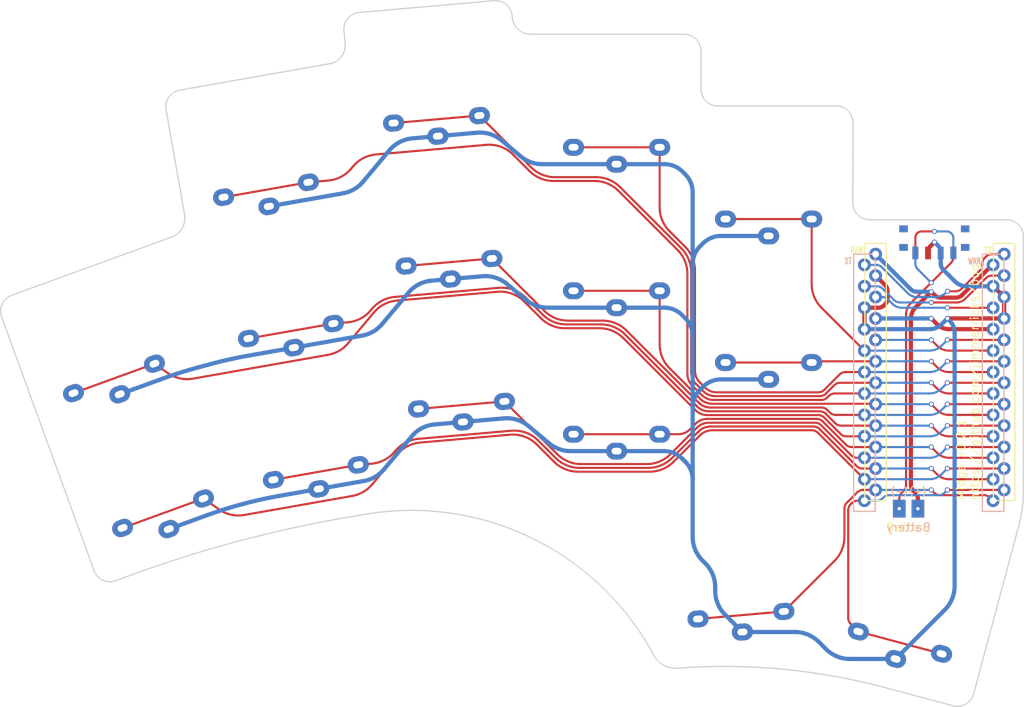
<source format=kicad_pcb>
(kicad_pcb (version 20210722) (generator pcbnew)
  (title_block (title "Midge") (date "2021-09-20") (rev "0.2.1") (company "jmnw"))
  (layers (0 "F.Cu" signal) (31 "B.Cu" signal) (34 "B.Paste" user) (35 "F.Paste" user) (36 "B.SilkS" user "B.Silkscreen") (37 "F.SilkS" user "F.Silkscreen") (38 "B.Mask" user) (39 "F.Mask" user) (44 "Edge.Cuts" user))
  (net 0 "")
  (net 1 "unconnected-(PSW1-Pad3)")
  (net 2 "switch1")
  (net 3 "switch2")
  (net 4 "switch3")
  (net 5 "switch4")
  (net 6 "switch5")
  (net 7 "switch6")
  (net 8 "switch7")
  (net 9 "switch8")
  (net 10 "switch9")
  (net 11 "switch10")
  (net 12 "switch11")
  (net 13 "switch12")
  (net 14 "switch13")
  (net 15 "switch14")
  (net 16 "switch15")
  (net 17 "unconnected-(U1-Pad22)")
  (net 18 "unconnected-(U1-Pad2)")
  (net 19 "unconnected-(U1-Pad1)")
  (net 20 "GND")
  (net 21 "VCC")
  (net 22 "Net-(BT1-Pad2)")
  (net 23 "raw")
  (net 24 "unconnected-(U1-Pad20)")
  (footprint "bugs:Choc_reversible" (layer "F.Cu") (at 37.17001 76.683931 20)
    (fp_text reference "SW1" hide)
    (fp_text value "SW_PUSH" hide)
  )
  (footprint "bugs:Choc_reversible" (layer "F.Cu") (at 55.831602 54.15043 10)
    (fp_text reference "SW2" hide)
    (fp_text value "SW_PUSH" hide)
  )
  (footprint "bugs:Choc_reversible" (layer "F.Cu") (at 76.356697 45.759427 5)
    (fp_text reference "SW3" hide)
    (fp_text value "SW_PUSH" hide)
  )
  (footprint "bugs:Choc_reversible" (layer "F.Cu") (at 98.027038 49.063452)
    (fp_text reference "SW4" hide)
    (fp_text value "SW_PUSH" hide)
  )
  (footprint "bugs:Choc_reversible" (layer "F.Cu") (at 116.027041 57.563456)
    (fp_text reference "SW5" hide)
    (fp_text value "SW_PUSH" hide)
  )
  (footprint "bugs:Choc_reversible" (layer "F.Cu") (at 42.984354 92.658699 20)
    (fp_text reference "SW6" hide)
    (fp_text value "SW_PUSH" hide)
  )
  (footprint "bugs:Choc_reversible" (layer "F.Cu") (at 58.783617 70.892167 10)
    (fp_text reference "SW7" hide)
    (fp_text value "SW_PUSH" hide)
  )
  (footprint "bugs:Choc_reversible" (layer "F.Cu") (at 77.838341 62.694735 5)
    (fp_text reference "SW8" hide)
    (fp_text value "SW_PUSH" hide)
  )
  (footprint "bugs:Choc_reversible" (layer "F.Cu") (at 98.027045 66.063449)
    (fp_text reference "SW9" hide)
    (fp_text value "SW_PUSH" hide)
  )
  (footprint "bugs:Choc_reversible" (layer "F.Cu") (at 116.027045 74.563455)
    (fp_text reference "SW10" hide)
    (fp_text value "SW_PUSH" hide)
  )
  (footprint "bugs:Choc_reversible" (layer "F.Cu") (at 61.735635 87.633898 10)
    (fp_text reference "SW11" hide)
    (fp_text value "SW_PUSH" hide)
  )
  (footprint "bugs:Choc_reversible" (layer "F.Cu") (at 79.319982 79.630056 5)
    (fp_text reference "SW12" hide)
    (fp_text value "SW_PUSH" hide)
  )
  (footprint "bugs:Choc_reversible" (layer "F.Cu") (at 98.027045 83.063451)
    (fp_text reference "SW13" hide)
    (fp_text value "SW_PUSH" hide)
  )
  (footprint "bugs:Choc_reversible" (layer "F.Cu") (at 112.415267 104.52259 5)
    (fp_text reference "SW14" hide)
    (fp_text value "SW_PUSH" hide)
  )
  (footprint "bugs:Choc_reversible" (layer "F.Cu") (at 132.594999 107.893987 -15)
    (fp_text reference "SW15" hide)
    (fp_text value "SW_PUSH" hide)
  )
  (footprint "bugs:ProMicro_reversible" (layer "F.Cu") (at 135.64704 80.101453)
    (fp_text reference "U1" hide)
    (fp_text value "ProMicro")
  )
  (footprint "bugs:Battery_pads_reversible" (layer "F.Cu") (at 132.601581 95.786444 180)
    (fp_text reference "BT1" hide)
    (fp_text value "Battery_Cell")
  )
  (footprint "bugs:Power_reversible" (layer "F.Cu") (at 135.655523 63.730268 180)
    (fp_text reference "PSW1" hide)
    (fp_text value "SW_SPDT")
  )
  (footprint "kbd:thread_m2" (layer "B.Cu") (at 58.062294 84.028821 -170)
    (fp_text reference "Ref**" hide)
    (fp_text value "Val**" hide)
  )
  (footprint "kbd:thread_m2" (layer "B.Cu") (at 55.108537 67.277234 -170)
    (fp_text reference "Ref**" hide)
    (fp_text value "Val**" hide)
  )
  (footprint "kbd:thread_m2" (layer "B.Cu") (at 113.035518 57.375268 180)
    (fp_text reference "Ref**" hide)
    (fp_text value "Val**" hide)
  )
  (gr_line (start 26.402839 70.49319) (end 45.338862 63.601039) (layer "Edge.Cuts") (width 0.15))
  (gr_arc (start 67.73283 38.975052) (end 67.558521 36.982662) (angle -90) (layer "Edge.Cuts") (width 0.15))
  (gr_line (start 25.207494 73.056614) (end 36.152309 103.127248) (layer "Edge.Cuts") (width 0.15))
  (gr_arc (start 144.19745 63.553053) (end 146.197446 63.553053) (angle -90) (layer "Edge.Cuts") (width 0.15))
  (gr_line (start 108.027064 41.5639) (end 108.027452 46.06305) (layer "Edge.Cuts") (width 0.15))
  (gr_line (start 130.136455 117.069845) (end 137.863858 119.140394) (layer "Edge.Cuts") (width 0.15))
  (gr_line (start 85.664335 37.406246) (end 85.678804 37.571616) (layer "Edge.Cuts") (width 0.15))
  (gr_arc (start 46.650461 48.153193) (end 46.303167 46.183579) (angle -90) (layer "Edge.Cuts") (width 0.15))
  (gr_arc (start 63.706828 40.898553) (end 64.085838 43.048011) (angle -84.99985992) (layer "Edge.Cuts") (width 0.15))
  (gr_line (start 128.001581 61.553052) (end 144.197449 61.553052) (layer "Edge.Cuts") (width 0.15))
  (gr_arc (start 130.939342 93.752496) (end 145.679681 97.702181) (angle -13.99443712) (layer "Edge.Cuts") (width 0.15))
  (gr_arc (start 91.240158 242.202808) (end 38.715733 104.322594) (angle 12.43815469) (layer "Edge.Cuts") (width 0.15))
  (gr_arc (start 110.739225 188.456424) (end 105.273751 114.683629) (angle 19.43846695) (layer "Edge.Cuts") (width 0.15))
  (gr_arc (start 27.086878 72.372575) (end 26.402839 70.49319) (angle -90) (layer "Edge.Cuts") (width 0.15))
  (gr_line (start 110.027453 48.06305) (end 124.027239 48.063268) (layer "Edge.Cuts") (width 0.15))
  (gr_arc (start 138.381497 117.208543) (end 137.863858 119.140394) (angle -90) (layer "Edge.Cuts") (width 0.15))
  (gr_line (start 140.313349 117.726182) (end 145.679681 97.702181) (layer "Edge.Cuts") (width 0.15))
  (gr_arc (start 124.027237 50.063266) (end 126.027238 50.063266) (angle -90) (layer "Edge.Cuts") (width 0.15))
  (gr_arc (start 38.031694 102.443209) (end 36.152309 103.127248) (angle -90) (layer "Edge.Cuts") (width 0.15))
  (gr_line (start 146.197446 63.553053) (end 146.19732 94.02033) (layer "Edge.Cuts") (width 0.15))
  (gr_arc (start 110.027452 46.06305) (end 108.027452 46.06305) (angle -90) (layer "Edge.Cuts") (width 0.15))
  (gr_line (start 87.853117 39.564002) (end 106.027064 39.5639) (layer "Edge.Cuts") (width 0.15))
  (gr_arc (start 105.017338 111.752825) (end 102.434869 113.162152) (angle -66.37745363) (layer "Edge.Cuts") (width 0.15))
  (gr_arc (start 87.853112 37.381388) (end 85.678804 37.571616) (angle -85.00013873) (layer "Edge.Cuts") (width 0.15))
  (gr_line (start 46.870952 60.947386) (end 44.680847 48.500489) (layer "Edge.Cuts") (width 0.15))
  (gr_arc (start 44.523656 61.361276) (end 45.338862 63.601039) (angle -79.99998711) (layer "Edge.Cuts") (width 0.15))
  (gr_arc (start 83.671946 37.580557) (end 85.664335 37.406246) (angle -90) (layer "Edge.Cuts") (width 0.15))
  (gr_arc (start 73.747139 128.531916) (end 69.645953 96.245763) (angle 69.05862332) (layer "Edge.Cuts") (width 0.15))
  (gr_line (start 65.740443 39.149362) (end 65.881141 40.708329) (layer "Edge.Cuts") (width 0.15))
  (gr_line (start 67.558521 36.982662) (end 83.497636 35.588168) (layer "Edge.Cuts") (width 0.15))
  (gr_line (start 46.303167 46.183579) (end 64.085838 43.048011) (layer "Edge.Cuts") (width 0.15))
  (gr_arc (start 106.027064 41.563898) (end 108.027064 41.5639) (angle -90) (layer "Edge.Cuts") (width 0.15))
  (gr_line (start 126.027238 50.063266) (end 126.001582 59.553053) (layer "Edge.Cuts") (width 0.15))
  (gr_arc (start 128.001577 59.553052) (end 126.001582 59.553053) (angle -90) (layer "Edge.Cuts") (width 0.15))
  (gr_text "Midge v0.2.1\nhttps://github.com/jimmerricks/bugs" (at 139.61 94.87 90) (layer "F.SilkS") (effects (font (size 1 1) (thickness 0.12)) (justify left)))
  (segment (start 133.61055 63.160252) (end 133.635496 63.135299) (width 0.25) (layer "F.Cu") (net 1))
  (segment (start 134.130473 62.930277) (end 135.660528 62.930274) (width 0.25) (layer "F.Cu") (net 1))
  (segment (start 133.405529 65.480274) (end 133.40552 63.655221) (width 0.25) (layer "F.Cu") (net 1))
  (via (at 135.660528 62.930274) (size 0.6) (drill 0.4) (layers "F.Cu" "B.Cu") (net 1))
  (arc (start 133.61055 63.160252) (mid 133.458808 63.387343) (end 133.40552 63.655221) (width 0.25) (layer "F.Cu") (net 1))
  (arc (start 133.635496 63.135299) (mid 133.862591 62.983563) (end 134.130473 62.930277) (width 0.25) (layer "F.Cu") (net 1))
  (segment (start 137.14058 62.930273) (end 135.660528 62.930274) (width 0.25) (layer "B.Cu") (net 1))
  (segment (start 137.905521 65.480275) (end 137.905521 63.695223) (width 0.25) (layer "B.Cu") (net 1))
  (segment (start 137.7005 63.200252) (end 137.635544 63.1353) (width 0.25) (layer "B.Cu") (net 1))
  (arc (start 137.905521 63.695223) (mid 137.852245 63.427342) (end 137.7005 63.200252) (width 0.25) (layer "B.Cu") (net 1))
  (arc (start 137.14058 62.930273) (mid 137.408448 62.983557) (end 137.635544 63.1353) (width 0.25) (layer "B.Cu") (net 1))
  (segment (start 125.249126 87.213453) (end 127.37204 87.213453) (width 0.25) (layer "F.Cu") (net 2))
  (segment (start 43.296318 78.604432) (end 44.874896 79.709758) (width 0.25) (layer "F.Cu") (net 2))
  (segment (start 66.227034 76.184184) (end 69.287837 72.536461) (width 0.25) (layer "F.Cu") (net 2))
  (segment (start 91.908567 74.39971) (end 95.994111 74.39971) (width 0.25) (layer "F.Cu") (net 2))
  (segment (start 143.918445 85.943456) (end 137.195041 85.943453) (width 0.25) (layer "F.Cu") (net 2))
  (segment (start 98.822539 75.571283) (end 107.36259 84.111334) (width 0.25) (layer "F.Cu") (net 2))
  (segment (start 47.863794 80.37238) (end 63.857448 77.552269) (width 0.25) (layer "F.Cu") (net 2))
  (segment (start 33.711463 82.093031) (end 43.296329 78.604423) (width 0.25) (layer "F.Cu") (net 2))
  (segment (start 72.003392 71.122829) (end 83.912248 70.080944) (width 0.25) (layer "F.Cu") (net 2))
  (segment (start 122.611472 84.990013) (end 124.542019 86.92056) (width 0.25) (layer "F.Cu") (net 2))
  (segment (start 87.089295 71.237293) (end 89.080147 73.228138) (width 0.25) (layer "F.Cu") (net 2))
  (segment (start 108.776803 84.69712) (end 121.904365 84.69712) (width 0.25) (layer "F.Cu") (net 2))
  (via (at 137.195041 85.943453) (size 0.6) (drill 0.4) (layers "F.Cu" "B.Cu") (net 2))
  (arc (start 107.36259 84.111334) (mid 108.011436 84.544879) (end 108.776803 84.69712) (width 0.25) (layer "F.Cu") (net 2))
  (arc (start 122.611472 84.990013) (mid 122.287049 84.77324) (end 121.904365 84.69712) (width 0.25) (layer "F.Cu") (net 2))
  (arc (start 124.542019 86.92056) (mid 124.866442 87.137333) (end 125.249126 87.213453) (width 0.25) (layer "F.Cu") (net 2))
  (arc (start 83.912248 70.080944) (mid 85.628949 70.306948) (end 87.089295 71.237293) (width 0.25) (layer "F.Cu") (net 2))
  (arc (start 63.857448 77.552269) (mid 65.162856 77.077134) (end 66.227034 76.184184) (width 0.25) (layer "F.Cu") (net 2))
  (arc (start 95.994111 74.39971) (mid 97.524844 74.704191) (end 98.822539 75.571283) (width 0.25) (layer "F.Cu") (net 2))
  (arc (start 89.080147 73.228138) (mid 90.377841 74.095227) (end 91.908567 74.39971) (width 0.25) (layer "F.Cu") (net 2))
  (arc (start 69.287837 72.536461) (mid 70.505023 71.559569) (end 72.003392 71.122829) (width 0.25) (layer "F.Cu") (net 2))
  (arc (start 44.874896 79.709758) (mid 46.303444 80.338334) (end 47.863794 80.37238) (width 0.25) (layer "F.Cu") (net 2))
  (segment (start 127.372041 87.213455) (end 135.096606 87.213457) (width 0.25) (layer "B.Cu") (net 2))
  (segment (start 136.510818 86.627674) (end 137.195041 85.943453) (width 0.25) (layer "B.Cu") (net 2))
  (arc (start 136.510818 86.627674) (mid 135.861971 87.061218) (end 135.096606 87.213457) (width 0.25) (layer "B.Cu") (net 2))
  (segment (start 98.246901 58.121764) (end 105.238427 65.11329) (width 0.25) (layer "F.Cu") (net 3))
  (segment (start 61.531351 57.105578) (end 63.884509 56.8997) (width 0.25) (layer "F.Cu") (net 3))
  (segment (start 70.339715 53.739162) (end 70.341137 53.740352) (width 0.25) (layer "F.Cu") (net 3))
  (segment (start 70.341137 53.740352) (end 82.589444 52.668762) (width 0.25) (layer "F.Cu") (net 3))
  (segment (start 122.982893 82.606147) (end 123.162694 82.426346) (width 0.25) (layer "F.Cu") (net 3))
  (segment (start 143.918449 80.863448) (end 137.19504 80.863453) (width 0.25) (layer "F.Cu") (net 3))
  (segment (start 106.41 67.941717) (end 106.41 79.787448) (width 0.25) (layer "F.Cu") (net 3))
  (segment (start 123.869801 82.133453) (end 127.37204 82.133453) (width 0.25) (layer "F.Cu") (net 3))
  (segment (start 66.600062 55.486076) (end 66.820738 55.223082) (width 0.25) (layer "F.Cu") (net 3))
  (segment (start 90.548434 56.95019) (end 95.418476 56.950191) (width 0.25) (layer "F.Cu") (net 3))
  (segment (start 109.521593 82.89904) (end 122.275786 82.89904) (width 0.25) (layer "F.Cu") (net 3))
  (segment (start 106.995787 81.201662) (end 108.10738 82.313254) (width 0.25) (layer "F.Cu") (net 3))
  (segment (start 51.486302 58.876788) (end 61.531348 57.10558) (width 0.25) (layer "F.Cu") (net 3))
  (segment (start 69.536298 53.809447) (end 70.339715 53.739162) (width 0.25) (layer "F.Cu") (net 3))
  (segment (start 85.766501 53.825113) (end 87.719999 55.778617) (width 0.25) (layer "F.Cu") (net 3))
  (via (at 137.19504 80.863453) (size 0.6) (drill 0.4) (layers "F.Cu" "B.Cu") (net 3))
  (arc (start 122.275786 82.89904) (mid 122.658469 82.82292) (end 122.982893 82.606147) (width 0.25) (layer "F.Cu") (net 3))
  (arc (start 123.162694 82.426346) (mid 123.487117 82.209573) (end 123.869801 82.133453) (width 0.25) (layer "F.Cu") (net 3))
  (arc (start 66.820738 55.223082) (mid 68.037927 54.246187) (end 69.536298 53.809447) (width 0.25) (layer "F.Cu") (net 3))
  (arc (start 106.995787 81.201662) (mid 106.562241 80.552815) (end 106.41 79.787448) (width 0.25) (layer "F.Cu") (net 3))
  (arc (start 105.238427 65.11329) (mid 106.105518 66.410983) (end 106.41 67.941717) (width 0.25) (layer "F.Cu") (net 3))
  (arc (start 63.884509 56.8997) (mid 65.382881 56.462966) (end 66.600062 55.486076) (width 0.25) (layer "F.Cu") (net 3))
  (arc (start 109.521593 82.89904) (mid 108.756226 82.746799) (end 108.10738 82.313254) (width 0.25) (layer "F.Cu") (net 3))
  (arc (start 82.589444 52.668762) (mid 84.306149 52.894776) (end 85.766501 53.825113) (width 0.25) (layer "F.Cu") (net 3))
  (arc (start 87.719999 55.778617) (mid 89.017694 56.645709) (end 90.548434 56.95019) (width 0.25) (layer "F.Cu") (net 3))
  (arc (start 95.418476 56.950191) (mid 96.949209 57.254671) (end 98.246901 58.121764) (width 0.25) (layer "F.Cu") (net 3))
  (segment (start 127.372049 82.133456) (end 135.096611 82.133451) (width 0.25) (layer "B.Cu") (net 3))
  (segment (start 136.510827 81.547666) (end 137.19504 80.863453) (width 0.25) (layer "B.Cu") (net 3))
  (arc (start 135.096611 82.133451) (mid 135.861977 81.981213) (end 136.510827 81.547666) (width 0.25) (layer "B.Cu") (net 3))
  (segment (start 142.612043 82.133458) (end 137.388465 82.133451) (width 0.25) (layer "F.Cu") (net 4))
  (segment (start 81.77719 49.200097) (end 87.9062 55.329095) (width 0.25) (layer "F.Cu") (net 4))
  (segment (start 135.974251 81.547668) (end 135.290039 80.863456) (width 0.25) (layer "F.Cu") (net 4))
  (segment (start 98.4331 57.672244) (end 98.433099 57.672244) (width 0.25) (layer "F.Cu") (net 4))
  (segment (start 124.504083 80.863453) (end 128.69844 80.863453) (width 0.25) (layer "F.Cu") (net 4))
  (segment (start 122.796695 82.156627) (end 123.796976 81.156346) (width 0.25) (layer "F.Cu") (net 4))
  (segment (start 109.70779 82.44952) (end 122.089588 82.44952) (width 0.25) (layer "F.Cu") (net 4))
  (segment (start 90.734625 56.500672) (end 95.604672 56.500668) (width 0.25) (layer "F.Cu") (net 4))
  (segment (start 107.445307 81.015464) (end 108.293577 81.863734) (width 0.25) (layer "F.Cu") (net 4))
  (segment (start 98.433099 57.672244) (end 105.687947 64.927093) (width 0.25) (layer "F.Cu") (net 4))
  (segment (start 106.85952 67.75552) (end 106.85952 79.60125) (width 0.25) (layer "F.Cu") (net 4))
  (segment (start 71.616008 50.089077) (end 81.777194 49.20009) (width 0.25) (layer "F.Cu") (net 4))
  (via (at 135.290039 80.863456) (size 0.6) (drill 0.4) (layers "F.Cu" "B.Cu") (net 4))
  (arc (start 95.604672 56.500668) (mid 97.135404 56.805155) (end 98.4331 57.672244) (width 0.25) (layer "F.Cu") (net 4))
  (arc (start 87.9062 55.329095) (mid 89.203893 56.196189) (end 90.734625 56.500672) (width 0.25) (layer "F.Cu") (net 4))
  (arc (start 105.687947 64.927093) (mid 106.555038 66.224786) (end 106.85952 67.75552) (width 0.25) (layer "F.Cu") (net 4))
  (arc (start 137.388465 82.133451) (mid 136.623099 81.98121) (end 135.974251 81.547668) (width 0.25) (layer "F.Cu") (net 4))
  (arc (start 109.70779 82.44952) (mid 108.942423 82.297279) (end 108.293577 81.863734) (width 0.25) (layer "F.Cu") (net 4))
  (arc (start 122.796695 82.156627) (mid 122.472272 82.3734) (end 122.089588 82.44952) (width 0.25) (layer "F.Cu") (net 4))
  (arc (start 106.85952 79.60125) (mid 107.011761 80.366617) (end 107.445307 81.015464) (width 0.25) (layer "F.Cu") (net 4))
  (arc (start 123.796976 81.156346) (mid 124.121399 80.939573) (end 124.504083 80.863453) (width 0.25) (layer "F.Cu") (net 4))
  (segment (start 128.698438 80.863456) (end 135.290039 80.863456) (width 0.25) (layer "B.Cu") (net 4))
  (segment (start 107.894827 80.829267) (end 108.479774 81.414214) (width 0.25) (layer "F.Cu") (net 5))
  (segment (start 104.298614 62.902042) (end 106.137468 64.740896) (width 0.25) (layer "F.Cu") (net 5))
  (segment (start 122.610497 81.707107) (end 124.431258 79.886346) (width 0.25) (layer "F.Cu") (net 5))
  (segment (start 104.298614 62.902038) (end 104.298614 62.902042) (width 0.25) (layer "F.Cu") (net 5))
  (segment (start 109.893987 82) (end 121.90339 82) (width 0.25) (layer "F.Cu") (net 5))
  (segment (start 143.918446 78.323455) (end 137.195042 78.323455) (width 0.25) (layer "F.Cu") (net 5))
  (segment (start 107.30904 67.569323) (end 107.30904 79.415053) (width 0.25) (layer "F.Cu") (net 5))
  (segment (start 103.127041 52.963453) (end 103.12704 60.073612) (width 0.25) (layer "F.Cu") (net 5))
  (segment (start 125.138365 79.593453) (end 127.37204 79.593453) (width 0.25) (layer "F.Cu") (net 5))
  (segment (start 92.927038 52.963452) (end 103.127042 52.963454) (width 0.25) (layer "F.Cu") (net 5))
  (via (at 137.195042 78.323455) (size 0.6) (drill 0.4) (layers "F.Cu" "B.Cu") (net 5))
  (arc (start 103.12704 60.073612) (mid 103.431521 61.604346) (end 104.298614 62.902038) (width 0.25) (layer "F.Cu") (net 5))
  (arc (start 107.30904 67.569323) (mid 107.004558 66.03859) (end 106.137468 64.740896) (width 0.25) (layer "F.Cu") (net 5))
  (arc (start 124.431258 79.886346) (mid 124.755681 79.669573) (end 125.138365 79.593453) (width 0.25) (layer "F.Cu") (net 5))
  (arc (start 122.610497 81.707107) (mid 122.286074 81.92388) (end 121.90339 82) (width 0.25) (layer "F.Cu") (net 5))
  (arc (start 107.894827 80.829267) (mid 107.461281 80.18042) (end 107.30904 79.415053) (width 0.25) (layer "F.Cu") (net 5))
  (arc (start 108.479774 81.414214) (mid 109.12862 81.847759) (end 109.893987 82) (width 0.25) (layer "F.Cu") (net 5))
  (segment (start 136.510829 79.007665) (end 137.195042 78.323455) (width 0.25) (layer "B.Cu") (net 5))
  (segment (start 127.372044 79.593452) (end 135.09661 79.593454) (width 0.25) (layer "B.Cu") (net 5))
  (segment (start 137.096616 78.42188) (end 137.195042 78.323455) (width 0.25) (layer "B.Cu") (net 5))
  (arc (start 136.510829 79.007665) (mid 135.861977 79.441215) (end 135.09661 79.593454) (width 0.25) (layer "B.Cu") (net 5))
  (segment (start 143.918445 75.783454) (end 137.195043 75.783451) (width 0.25) (layer "F.Cu") (net 6))
  (segment (start 121.127041 69.1516) (end 121.127041 61.463456) (width 0.25) (layer "F.Cu") (net 6))
  (segment (start 127.37204 77.053453) (end 122.298614 71.980027) (width 0.25) (layer "F.Cu") (net 6))
  (segment (start 110.927041 61.463455) (end 121.127044 61.463456) (width 0.25) (layer "F.Cu") (net 6))
  (via (at 137.195043 75.783451) (size 0.6) (drill 0.4) (layers "F.Cu" "B.Cu") (net 6))
  (arc (start 121.127041 69.1516) (mid 121.431523 70.682334) (end 122.298614 71.980027) (width 0.25) (layer "F.Cu") (net 6))
  (segment (start 136.510827 76.467667) (end 137.195043 75.783451) (width 0.25) (layer "B.Cu") (net 6))
  (segment (start 127.372038 77.053454) (end 135.096617 77.053455) (width 0.25) (layer "B.Cu") (net 6))
  (arc (start 135.096617 77.053455) (mid 135.861978 76.901211) (end 136.510827 76.467667) (width 0.25) (layer "B.Cu") (net 6))
  (segment (start 101.947228 91.39971) (end 93.454904 91.39971) (width 0.25) (layer "F.Cu") (net 7))
  (segment (start 85.39488 87.017244) (end 74.774654 87.946394) (width 0.25) (layer "F.Cu") (net 7))
  (segment (start 39.525803 98.067802) (end 49.110666 94.579191) (width 0.25) (layer "F.Cu") (net 7))
  (segment (start 107.922805 87.080987) (end 104.775655 90.228137) (width 0.25) (layer "F.Cu") (net 7))
  (segment (start 121.86668 86.788093) (end 127.37204 92.293453) (width 0.25) (layer "F.Cu") (net 7))
  (segment (start 50.950122 95.867202) (end 49.110664 94.579198) (width 0.25) (layer "F.Cu") (net 7))
  (segment (start 143.918446 91.023457) (end 137.195046 91.023455) (width 0.25) (layer "F.Cu") (net 7))
  (segment (start 66.710981 94.277782) (end 53.939022 96.529823) (width 0.25) (layer "F.Cu") (net 7))
  (segment (start 90.626475 90.22814) (end 88.57193 88.173593) (width 0.25) (layer "F.Cu") (net 7))
  (segment (start 72.059102 89.36002) (end 69.080567 92.909701) (width 0.25) (layer "F.Cu") (net 7))
  (segment (start 121.159573 86.4952) (end 109.337019 86.4952) (width 0.25) (layer "F.Cu") (net 7))
  (via (at 137.195046 91.023455) (size 0.6) (drill 0.4) (layers "F.Cu" "B.Cu") (net 7))
  (arc (start 93.454904 91.39971) (mid 91.924172 91.095233) (end 90.626475 90.22814) (width 0.25) (layer "F.Cu") (net 7))
  (arc (start 109.337019 86.4952) (mid 108.571652 86.647441) (end 107.922805 87.080987) (width 0.25) (layer "F.Cu") (net 7))
  (arc (start 69.080567 92.909701) (mid 68.016389 93.802653) (end 66.710981 94.277782) (width 0.25) (layer "F.Cu") (net 7))
  (arc (start 74.774654 87.946394) (mid 73.276282 88.383126) (end 72.059102 89.36002) (width 0.25) (layer "F.Cu") (net 7))
  (arc (start 104.775655 90.228137) (mid 103.477962 91.095228) (end 101.947228 91.39971) (width 0.25) (layer "F.Cu") (net 7))
  (arc (start 121.159573 86.4952) (mid 121.542256 86.57132) (end 121.86668 86.788093) (width 0.25) (layer "F.Cu") (net 7))
  (arc (start 53.939022 96.529823) (mid 52.378669 96.495777) (end 50.950122 95.867202) (width 0.25) (layer "F.Cu") (net 7))
  (arc (start 88.57193 88.173593) (mid 87.111584 87.243249) (end 85.39488 87.017244) (width 0.25) (layer "F.Cu") (net 7))
  (segment (start 127.372043 92.293453) (end 135.096621 92.293454) (width 0.25) (layer "B.Cu") (net 7))
  (segment (start 136.510836 91.707665) (end 137.195046 91.023455) (width 0.25) (layer "B.Cu") (net 7))
  (arc (start 135.096621 92.293454) (mid 135.861989 92.141215) (end 136.510836 91.707665) (width 0.25) (layer "B.Cu") (net 7))
  (segment (start 68.91311 72.283711) (end 69.065704 72.101857) (width 0.25) (layer "F.Cu") (net 8))
  (segment (start 64.48336 73.847308) (end 66.197558 73.697338) (width 0.25) (layer "F.Cu") (net 8))
  (segment (start 87.25637 70.768644) (end 89.266341 72.778619) (width 0.25) (layer "F.Cu") (net 8))
  (segment (start 122.79767 84.540493) (end 123.907737 85.65056) (width 0.25) (layer "F.Cu") (net 8))
  (segment (start 92.09477 73.95019) (end 96.180305 73.950189) (width 0.25) (layer "F.Cu") (net 8))
  (segment (start 54.43833 75.618519) (end 64.483364 73.847303) (width 0.25) (layer "F.Cu") (net 8))
  (segment (start 108.962997 84.2476) (end 122.090563 84.2476) (width 0.25) (layer "F.Cu") (net 8))
  (segment (start 124.614844 85.943453) (end 128.69844 85.943453) (width 0.25) (layer "F.Cu") (net 8))
  (segment (start 135.974255 86.627662) (end 135.290044 85.943454) (width 0.25) (layer "F.Cu") (net 8))
  (segment (start 99.008732 75.121762) (end 107.548784 83.661814) (width 0.25) (layer "F.Cu") (net 8))
  (segment (start 71.781254 70.688237) (end 84.079322 69.612296) (width 0.25) (layer "F.Cu") (net 8))
  (segment (start 142.612046 87.213455) (end 137.388466 87.213449) (width 0.25) (layer "F.Cu") (net 8))
  (via (at 135.290044 85.943454) (size 0.6) (drill 0.4) (layers "F.Cu" "B.Cu") (net 8))
  (arc (start 69.065704 72.101857) (mid 70.282886 71.124965) (end 71.781254 70.688237) (width 0.25) (layer "F.Cu") (net 8))
  (arc (start 107.548784 83.661814) (mid 108.19763 84.095359) (end 108.962997 84.2476) (width 0.25) (layer "F.Cu") (net 8))
  (arc (start 122.79767 84.540493) (mid 122.473247 84.32372) (end 122.090563 84.2476) (width 0.25) (layer "F.Cu") (net 8))
  (arc (start 84.079322 69.612296) (mid 85.796019 69.838304) (end 87.25637 70.768644) (width 0.25) (layer "F.Cu") (net 8))
  (arc (start 135.974255 86.627662) (mid 136.623098 87.061211) (end 137.388466 87.213449) (width 0.25) (layer "F.Cu") (net 8))
  (arc (start 96.180305 73.950189) (mid 97.711039 74.25467) (end 99.008732 75.121762) (width 0.25) (layer "F.Cu") (net 8))
  (arc (start 89.266341 72.778619) (mid 90.564035 73.645711) (end 92.09477 73.95019) (width 0.25) (layer "F.Cu") (net 8))
  (arc (start 123.907737 85.65056) (mid 124.23216 85.867333) (end 124.614844 85.943453) (width 0.25) (layer "F.Cu") (net 8))
  (arc (start 66.197558 73.697338) (mid 67.69593 73.260601) (end 68.91311 72.283711) (width 0.25) (layer "F.Cu") (net 8))
  (segment (start 128.698445 85.943454) (end 135.290044 85.943454) (width 0.25) (layer "B.Cu") (net 8))
  (segment (start 99.194941 74.672246) (end 107.734989 83.212294) (width 0.25) (layer "F.Cu") (net 9))
  (segment (start 123.980562 84.673453) (end 127.37204 84.673453) (width 0.25) (layer "F.Cu") (net 9))
  (segment (start 83.25884 66.1354) (end 89.452535 72.3291) (width 0.25) (layer "F.Cu") (net 9))
  (segment (start 73.097651 67.02439) (end 83.25884 66.135406) (width 0.25) (layer "F.Cu") (net 9))
  (segment (start 143.918445 83.403452) (end 137.195041 83.403456) (width 0.25) (layer "F.Cu") (net 9))
  (segment (start 122.983868 84.090973) (end 123.273455 84.38056) (width 0.25) (layer "F.Cu") (net 9))
  (segment (start 109.149202 83.79808) (end 122.276761 83.79808) (width 0.25) (layer "F.Cu") (net 9))
  (segment (start 92.280961 73.500674) (end 96.366516 73.500676) (width 0.25) (layer "F.Cu") (net 9))
  (via (at 137.195041 83.403456) (size 0.6) (drill 0.4) (layers "F.Cu" "B.Cu") (net 9))
  (arc (start 107.734989 83.212294) (mid 108.383835 83.645839) (end 109.149202 83.79808) (width 0.25) (layer "F.Cu") (net 9))
  (arc (start 96.366516 73.500676) (mid 97.897248 73.805154) (end 99.194941 74.672246) (width 0.25) (layer "F.Cu") (net 9))
  (arc (start 122.983868 84.090973) (mid 122.659445 83.8742) (end 122.276761 83.79808) (width 0.25) (layer "F.Cu") (net 9))
  (arc (start 89.452535 72.3291) (mid 90.750232 73.196189) (end 92.280961 73.500674) (width 0.25) (layer "F.Cu") (net 9))
  (arc (start 123.273455 84.38056) (mid 123.597878 84.597333) (end 123.980562 84.673453) (width 0.25) (layer "F.Cu") (net 9))
  (segment (start 136.510825 84.087667) (end 137.195041 83.403456) (width 0.25) (layer "B.Cu") (net 9))
  (segment (start 127.372039 84.673444) (end 135.096611 84.673455) (width 0.25) (layer "B.Cu") (net 9))
  (segment (start 137.096616 83.501878) (end 137.195041 83.403456) (width 0.25) (layer "B.Cu") (net 9))
  (arc (start 135.096611 84.673455) (mid 135.861979 84.521211) (end 136.510825 84.087667) (width 0.25) (layer "B.Cu") (net 9))
  (segment (start 104.29862 79.140211) (end 107.921183 82.762774) (width 0.25) (layer "F.Cu") (net 10))
  (segment (start 109.335396 83.34856) (end 128.643547 83.34856) (width 0.25) (layer "F.Cu") (net 10))
  (segment (start 142.61204 84.673456) (end 137.388468 84.673452) (width 0.25) (layer "F.Cu") (net 10))
  (segment (start 135.974256 84.087666) (end 135.290043 83.403452) (width 0.25) (layer "F.Cu") (net 10))
  (segment (start 104.298619 79.140211) (end 104.29862 79.140211) (width 0.25) (layer "F.Cu") (net 10))
  (segment (start 103.127046 76.311784) (end 103.127047 69.96345) (width 0.25) (layer "F.Cu") (net 10))
  (segment (start 92.927035 69.963452) (end 103.127053 69.963454) (width 0.25) (layer "F.Cu") (net 10))
  (via (at 135.290043 83.403452) (size 0.6) (drill 0.4) (layers "F.Cu" "B.Cu") (net 10))
  (arc (start 107.921183 82.762774) (mid 108.570029 83.196319) (end 109.335396 83.34856) (width 0.25) (layer "F.Cu") (net 10))
  (arc (start 137.388468 84.673452) (mid 136.623103 84.521209) (end 135.974256 84.087666) (width 0.25) (layer "F.Cu") (net 10))
  (arc (start 104.298619 79.140211) (mid 103.431527 77.842518) (end 103.127046 76.311784) (width 0.25) (layer "F.Cu") (net 10))
  (segment (start 128.698447 83.403452) (end 135.290043 83.403452) (width 0.25) (layer "B.Cu") (net 10))
  (segment (start 142.61204 79.593457) (end 137.388476 79.593457) (width 0.25) (layer "F.Cu") (net 11))
  (segment (start 110.927048 78.463452) (end 121.127043 78.463453) (width 0.25) (layer "F.Cu") (net 11))
  (segment (start 121.267047 78.323453) (end 121.127045 78.463455) (width 0.25) (layer "F.Cu") (net 11))
  (segment (start 135.974264 79.007667) (end 135.290047 78.323454) (width 0.25) (layer "F.Cu") (net 11))
  (segment (start 128.69844 78.323453) (end 121.267047 78.323453) (width 0.25) (layer "F.Cu") (net 11))
  (via (at 135.290047 78.323454) (size 0.6) (drill 0.4) (layers "F.Cu" "B.Cu") (net 11))
  (arc (start 137.388476 79.593457) (mid 136.623108 79.441212) (end 135.974264 79.007667) (width 0.25) (layer "F.Cu") (net 11))
  (segment (start 128.698441 78.323452) (end 135.290047 78.323454) (width 0.25) (layer "B.Cu") (net 11))
  (segment (start 71.744156 89.036023) (end 71.837941 88.924257) (width 0.25) (layer "F.Cu") (net 12))
  (segment (start 127.151972 91.023453) (end 128.69844 91.023453) (width 0.25) (layer "F.Cu") (net 12))
  (segment (start 57.390345 92.360255) (end 67.435383 90.589039) (width 0.25) (layer "F.Cu") (net 12))
  (segment (start 74.55349 87.510633) (end 85.560962 86.547603) (width 0.25) (layer "F.Cu") (net 12))
  (segment (start 135.974256 91.70767) (end 135.290044 91.023458) (width 0.25) (layer "F.Cu") (net 12))
  (segment (start 67.435382 90.589041) (end 69.028606 90.449654) (width 0.25) (layer "F.Cu") (net 12))
  (segment (start 93.641098 90.950191) (end 101.76103 90.950191) (width 0.25) (layer "F.Cu") (net 12))
  (segment (start 122.052878 86.338573) (end 126.444865 90.73056) (width 0.25) (layer "F.Cu") (net 12))
  (segment (start 88.73801 87.703955) (end 90.812673 89.778616) (width 0.25) (layer "F.Cu") (net 12))
  (segment (start 104.589457 89.778618) (end 107.736609 86.631466) (width 0.25) (layer "F.Cu") (net 12))
  (segment (start 142.612047 92.293455) (end 137.388469 92.293455) (width 0.25) (layer "F.Cu") (net 12))
  (segment (start 109.150822 86.04568) (end 121.345771 86.04568) (width 0.25) (layer "F.Cu") (net 12))
  (segment (start 135.290044 91.023458) (end 135.388473 91.121877) (width 0.25) (layer "F.Cu") (net 12))
  (via (at 135.290044 91.023458) (size 0.6) (drill 0.4) (layers "F.Cu" "B.Cu") (net 12))
  (arc (start 85.560962 86.547603) (mid 87.277659 86.773612) (end 88.73801 87.703955) (width 0.25) (layer "F.Cu") (net 12))
  (arc (start 122.052878 86.338573) (mid 121.728455 86.1218) (end 121.345771 86.04568) (width 0.25) (layer "F.Cu") (net 12))
  (arc (start 90.812673 89.778616) (mid 92.110367 90.645706) (end 93.641098 90.950191) (width 0.25) (layer "F.Cu") (net 12))
  (arc (start 71.837941 88.924257) (mid 73.055118 87.947366) (end 74.55349 87.510633) (width 0.25) (layer "F.Cu") (net 12))
  (arc (start 101.76103 90.950191) (mid 103.291764 90.645709) (end 104.589457 89.778618) (width 0.25) (layer "F.Cu") (net 12))
  (arc (start 127.151972 91.023453) (mid 126.769289 90.947333) (end 126.444865 90.73056) (width 0.25) (layer "F.Cu") (net 12))
  (arc (start 137.388469 92.293455) (mid 136.6231 92.141211) (end 135.974256 91.70767) (width 0.25) (layer "F.Cu") (net 12))
  (arc (start 69.028606 90.449654) (mid 70.526974 90.012921) (end 71.744156 89.036023) (width 0.25) (layer "F.Cu") (net 12))
  (arc (start 109.150822 86.04568) (mid 108.385455 86.197921) (end 107.736609 86.631466) (width 0.25) (layer "F.Cu") (net 12))
  (segment (start 128.698446 91.023456) (end 135.290044 91.023458) (width 0.25) (layer "B.Cu") (net 12))
  (segment (start 143.918443 88.483459) (end 137.19504 88.483459) (width 0.25) (layer "F.Cu") (net 13))
  (segment (start 121.531969 85.59616) (end 108.964625 85.59616) (width 0.25) (layer "F.Cu") (net 13))
  (segment (start 101.574831 90.500672) (end 93.827297 90.500672) (width 0.25) (layer "F.Cu") (net 13))
  (segment (start 125.810583 89.46056) (end 122.239076 85.889053) (width 0.25) (layer "F.Cu") (net 13))
  (segment (start 107.550412 86.181946) (end 104.403258 89.329099) (width 0.25) (layer "F.Cu") (net 13))
  (segment (start 74.579296 83.959701) (end 84.740477 83.070713) (width 0.25) (layer "F.Cu") (net 13))
  (segment (start 90.998864 89.329099) (end 84.740482 83.070717) (width 0.25) (layer "F.Cu") (net 13))
  (segment (start 127.37204 89.753453) (end 126.51769 89.753453) (width 0.25) (layer "F.Cu") (net 13))
  (segment (start 90.998868 89.3291) (end 90.998864 89.329099) (width 0.25) (layer "F.Cu") (net 13))
  (via (at 137.19504 88.483459) (size 0.6) (drill 0.4) (layers "F.Cu" "B.Cu") (net 13))
  (arc (start 101.574831 90.500672) (mid 103.105565 90.19619) (end 104.403258 89.329099) (width 0.25) (layer "F.Cu") (net 13))
  (arc (start 125.810583 89.46056) (mid 126.135006 89.677333) (end 126.51769 89.753453) (width 0.25) (layer "F.Cu") (net 13))
  (arc (start 93.827297 90.500672) (mid 92.296563 90.196191) (end 90.998868 89.3291) (width 0.25) (layer "F.Cu") (net 13))
  (arc (start 107.550412 86.181946) (mid 108.199258 85.748401) (end 108.964625 85.59616) (width 0.25) (layer "F.Cu") (net 13))
  (arc (start 122.239076 85.889053) (mid 121.914653 85.67228) (end 121.531969 85.59616) (width 0.25) (layer "F.Cu") (net 13))
  (segment (start 127.372042 89.753449) (end 135.096619 89.753452) (width 0.25) (layer "B.Cu") (net 13))
  (segment (start 136.510834 89.167663) (end 137.19504 88.483459) (width 0.25) (layer "B.Cu") (net 13))
  (arc (start 135.096619 89.753452) (mid 135.861985 89.601211) (end 136.510834 89.167663) (width 0.25) (layer "B.Cu") (net 13))
  (segment (start 121.718167 85.14664) (end 108.778427 85.14664) (width 0.25) (layer "F.Cu") (net 14))
  (segment (start 125.176301 88.19056) (end 122.425274 85.439533) (width 0.25) (layer "F.Cu") (net 14))
  (segment (start 128.69844 88.483453) (end 125.883408 88.483453) (width 0.25) (layer "F.Cu") (net 14))
  (segment (start 135.974258 89.167664) (end 135.290045 88.483451) (width 0.25) (layer "F.Cu") (net 14))
  (segment (start 135.290045 88.483451) (end 135.388468 88.581882) (width 0.25) (layer "F.Cu") (net 14))
  (segment (start 105.304762 86.963451) (end 103.127045 86.963451) (width 0.25) (layer "F.Cu") (net 14))
  (segment (start 92.927038 86.96346) (end 103.127037 86.96345) (width 0.25) (layer "F.Cu") (net 14))
  (segment (start 107.364213 85.732427) (end 106.718975 86.377665) (width 0.25) (layer "F.Cu") (net 14))
  (segment (start 142.612041 89.753451) (end 137.388472 89.753453) (width 0.25) (layer "F.Cu") (net 14))
  (via (at 135.290045 88.483451) (size 0.6) (drill 0.4) (layers "F.Cu" "B.Cu") (net 14))
  (arc (start 125.883408 88.483453) (mid 125.500725 88.407333) (end 125.176301 88.19056) (width 0.25) (layer "F.Cu") (net 14))
  (arc (start 106.718975 86.377665) (mid 106.070129 86.81121) (end 105.304762 86.963451) (width 0.25) (layer "F.Cu") (net 14))
  (arc (start 137.388472 89.753453) (mid 136.623104 89.60121) (end 135.974258 89.167664) (width 0.25) (layer "F.Cu") (net 14))
  (arc (start 107.364213 85.732427) (mid 108.01306 85.298881) (end 108.778427 85.14664) (width 0.25) (layer "F.Cu") (net 14))
  (arc (start 121.718167 85.14664) (mid 122.10085 85.22276) (end 122.425274 85.439533) (width 0.25) (layer "F.Cu") (net 14))
  (segment (start 128.698443 88.483453) (end 135.290045 88.483451) (width 0.25) (layer "B.Cu") (net 14))
  (segment (start 125.298352 95.078071) (end 126.520076 93.856347) (width 0.25) (layer "F.Cu") (net 15))
  (segment (start 127.227183 93.56345) (end 128.698441 93.563452) (width 0.25) (layer "F.Cu") (net 15))
  (segment (start 117.835767 107.963253) (end 123.833887 101.965138) (width 0.25) (layer "F.Cu") (net 15))
  (segment (start 135.329259 93.602671) (end 135.290038 93.563453) (width 0.25) (layer "F.Cu") (net 15))
  (segment (start 125.005459 99.136711) (end 125.005459 95.785178) (width 0.25) (layer "F.Cu") (net 15))
  (segment (start 107.674586 108.852249) (end 117.835767 107.963253) (width 0.25) (layer "F.Cu") (net 15))
  (segment (start 136.329252 94.18845) (end 141.552825 94.188456) (width 0.25) (layer "F.Cu") (net 15))
  (segment (start 142.61204 94.833454) (end 142.259937 94.481348) (width 0.25) (layer "F.Cu") (net 15))
  (segment (start 135.622145 93.895556) (end 135.290038 93.563453) (width 0.25) (layer "F.Cu") (net 15))
  (segment (start 127.227182 93.563455) (end 127.227183 93.56345) (width 0.25) (layer "F.Cu") (net 15))
  (via (at 135.290038 93.563453) (size 0.6) (drill 0.4) (layers "F.Cu" "B.Cu") (net 15))
  (arc (start 136.329252 94.18845) (mid 135.946569 94.112331) (end 135.622145 93.895556) (width 0.25) (layer "F.Cu") (net 15))
  (arc (start 126.520076 93.856347) (mid 126.844498 93.639573) (end 127.227182 93.563455) (width 0.25) (layer "F.Cu") (net 15))
  (arc (start 125.005459 95.785178) (mid 125.081579 95.402495) (end 125.298352 95.078071) (width 0.25) (layer "F.Cu") (net 15))
  (arc (start 123.833887 101.965138) (mid 124.700979 100.667448) (end 125.005459 99.136711) (width 0.25) (layer "F.Cu") (net 15))
  (arc (start 142.259937 94.481348) (mid 141.935514 94.264569) (end 141.552825 94.188456) (width 0.25) (layer "F.Cu") (net 15))
  (segment (start 128.698441 93.56345) (end 135.290038 93.563453) (width 0.25) (layer "B.Cu") (net 15))
  (segment (start 126.65938 110.34112) (end 126.4179 110.276414) (width 0.25) (layer "F.Cu") (net 16))
  (segment (start 143.918451 93.563451) (end 137.195041 93.56345) (width 0.25) (layer "F.Cu") (net 16))
  (segment (start 125.454979 108.722502) (end 125.454983 108.722506) (width 0.25) (layer "F.Cu") (net 16))
  (segment (start 125.747871 109.429617) (end 126.659382 110.341119) (width 0.25) (layer "F.Cu") (net 16))
  (segment (start 126.003073 109.684808) (end 126.659382 110.341121) (width 0.25) (layer "F.Cu") (net 16))
  (segment (start 125.454979 95.971376) (end 125.454979 108.722502) (width 0.25) (layer "F.Cu") (net 16))
  (segment (start 127.37204 94.833453) (end 126.592902 94.833453) (width 0.25) (layer "F.Cu") (net 16))
  (segment (start 126.659379 110.341126) (end 136.511821 112.981073) (width 0.25) (layer "F.Cu") (net 16))
  (segment (start 125.885795 95.126346) (end 125.747872 95.264269) (width 0.25) (layer "F.Cu") (net 16))
  (via (at 137.195041 93.56345) (size 0.6) (drill 0.4) (layers "F.Cu" "B.Cu") (net 16))
  (arc (start 125.885795 95.126346) (mid 126.210218 94.909573) (end 126.592902 94.833453) (width 0.25) (layer "F.Cu") (net 16))
  (arc (start 125.747871 109.429617) (mid 125.531101 109.105189) (end 125.454983 108.722506) (width 0.25) (layer "F.Cu") (net 16))
  (arc (start 125.747872 95.264269) (mid 125.531099 95.588692) (end 125.454979 95.971376) (width 0.25) (layer "F.Cu") (net 16))
  (segment (start 136.155819 94.188457) (end 130.316497 94.188461) (width 0.25) (layer "B.Cu") (net 16))
  (segment (start 127.372038 94.833452) (end 128.843059 94.833458) (width 0.25) (layer "B.Cu") (net 16))
  (segment (start 129.550176 94.540559) (end 129.609382 94.481351) (width 0.25) (layer "B.Cu") (net 16))
  (segment (start 136.862928 93.895568) (end 137.195041 93.56345) (width 0.25) (layer "B.Cu") (net 16))
  (segment (start 137.155825 93.602665) (end 137.195041 93.56345) (width 0.25) (layer "B.Cu") (net 16))
  (segment (start 130.316497 94.188461) (end 130.316489 94.188448) (width 0.25) (layer "B.Cu") (net 16))
  (arc (start 136.155819 94.188457) (mid 136.538503 94.112335) (end 136.862928 93.895568) (width 0.25) (layer "B.Cu") (net 16))
  (arc (start 129.550176 94.540559) (mid 129.225743 94.757337) (end 128.843059 94.833458) (width 0.25) (layer "B.Cu") (net 16))
  (arc (start 129.609382 94.481351) (mid 129.933812 94.264573) (end 130.316489 94.188448) (width 0.25) (layer "B.Cu") (net 16))
  (segment (start 137.197345 71.973457) (end 142.612037 71.973458) (width 0.25) (layer "F.Cu") (net 17))
  (via (at 137.197345 71.973457) (size 0.6) (drill 0.4) (layers "F.Cu" "B.Cu") (net 17))
  (segment (start 131.783458 71.973455) (end 137.197345 71.973457) (width 0.25) (layer "B.Cu") (net 17))
  (segment (start 128.698442 70.703452) (end 129.477921 70.703452) (width 0.25) (layer "B.Cu") (net 17))
  (segment (start 128.796869 70.801882) (end 128.698446 70.703447) (width 0.25) (layer "B.Cu") (net 17))
  (segment (start 130.185029 70.996349) (end 130.722793 71.534117) (width 0.25) (layer "B.Cu") (net 17))
  (arc (start 131.783458 71.973455) (mid 131.209429 71.859277) (end 130.722793 71.534117) (width 0.25) (layer "B.Cu") (net 17))
  (arc (start 129.477921 70.703452) (mid 129.860602 70.779573) (end 130.185029 70.996349) (width 0.25) (layer "B.Cu") (net 17))
  (segment (start 135.290528 71.348954) (end 138.256879 71.34895) (width 0.25) (layer "F.Cu") (net 18))
  (segment (start 142.477916 68.163455) (end 143.918443 68.163453) (width 0.25) (layer "F.Cu") (net 18))
  (segment (start 139.317538 70.90961) (end 141.770805 68.456344) (width 0.25) (layer "F.Cu") (net 18))
  (via (at 135.290528 71.348954) (size 0.6) (drill 0.4) (layers "F.Cu" "B.Cu") (net 18))
  (arc (start 138.256879 71.34895) (mid 138.830908 71.234772) (end 139.317538 70.90961) (width 0.25) (layer "F.Cu") (net 18))
  (arc (start 141.770805 68.456344) (mid 142.095232 68.239576) (end 142.477916 68.163455) (width 0.25) (layer "F.Cu") (net 18))
  (segment (start 130.880457 71.056059) (end 129.550749 69.726345) (width 0.25) (layer "B.Cu") (net 18))
  (segment (start 135.290528 71.348954) (end 131.587568 71.348952) (width 0.25) (layer "B.Cu") (net 18))
  (segment (start 128.843637 69.433452) (end 127.372042 69.433453) (width 0.25) (layer "B.Cu") (net 18))
  (arc (start 128.843637 69.433452) (mid 129.22632 69.509572) (end 129.550749 69.726345) (width 0.25) (layer "B.Cu") (net 18))
  (arc (start 131.587568 71.348952) (mid 131.204882 71.272834) (end 130.880457 71.056059) (width 0.25) (layer "B.Cu") (net 18))
  (segment (start 141.038801 67.559498) (end 141.038818 67.559498) (width 0.25) (layer "F.Cu") (net 19))
  (segment (start 137.210527 70.024937) (end 138.159153 70.024937) (width 0.25) (layer "F.Cu") (net 19))
  (segment (start 142.480345 65.623454) (end 143.918438 65.623453) (width 0.25) (layer "F.Cu") (net 19))
  (segment (start 141.331704 66.852386) (end 141.33171 66.772093) (width 0.25) (layer "F.Cu") (net 19))
  (segment (start 138.866255 69.73204) (end 141.038801 67.559498) (width 0.25) (layer "F.Cu") (net 19))
  (segment (start 137.210524 70.024934) (end 137.210527 70.024937) (width 0.25) (layer "F.Cu") (net 19))
  (segment (start 141.624597 66.064985) (end 141.773232 65.916343) (width 0.25) (layer "F.Cu") (net 19))
  (via (at 137.210524 70.024934) (size 0.6) (drill 0.4) (layers "F.Cu" "B.Cu") (net 19))
  (arc (start 138.159153 70.024937) (mid 138.541827 69.94881) (end 138.866255 69.73204) (width 0.25) (layer "F.Cu") (net 19))
  (arc (start 141.33171 66.772093) (mid 141.407824 66.389412) (end 141.624597 66.064985) (width 0.25) (layer "F.Cu") (net 19))
  (arc (start 141.038818 67.559498) (mid 141.255582 67.235069) (end 141.331704 66.852386) (width 0.25) (layer "F.Cu") (net 19))
  (arc (start 141.773232 65.916343) (mid 142.097657 65.699578) (end 142.480345 65.623454) (width 0.25) (layer "F.Cu") (net 19))
  (segment (start 134.757378 70.700278) (end 133.584095 70.700283) (width 0.25) (layer "B.Cu") (net 19))
  (segment (start 132.523432 70.260935) (end 129.448836 67.186346) (width 0.25) (layer "B.Cu") (net 19))
  (segment (start 135.706758 70.700273) (end 134.757378 70.700278) (width 0.25) (layer "B.Cu") (net 19))
  (segment (start 128.741731 66.893454) (end 127.37204 66.893449) (width 0.25) (layer "B.Cu") (net 19))
  (arc (start 129.448836 67.186346) (mid 129.124418 66.969575) (end 128.741731 66.893454) (width 0.25) (layer "B.Cu") (net 19))
  (arc (start 132.523432 70.260935) (mid 133.010065 70.586097) (end 133.584095 70.700283) (width 0.25) (layer "B.Cu") (net 19))
  (arc (start 137.120971 70.114492) (mid 136.47212 70.548033) (end 135.706758 70.700273) (width 0.25) (layer "B.Cu") (net 19))
  (segment (start 127.372039 74.513462) (end 127.372035 71.973452) (width 0.5) (layer "F.Cu") (net 20))
  (segment (start 129.818812 71.580773) (end 129.719019 71.680559) (width 0.5) (layer "F.Cu") (net 20))
  (segment (start 129.011911 71.973453) (end 127.372043 71.973452) (width 0.5) (layer "F.Cu") (net 20))
  (segment (start 142.612038 69.433457) (end 142.648441 69.433453) (width 0.5) (layer "F.Cu") (net 20))
  (segment (start 134.90553 65.480275) (end 134.905526 65.37949) (width 0.5) (layer "F.Cu") (net 20))
  (segment (start 130.111703 69.990932) (end 130.111696 70.87367) (width 0.5) (layer "F.Cu") (net 20))
  (segment (start 135.198418 64.67238) (end 135.670528 64.200278) (width 0.5) (layer "F.Cu") (net 20))
  (segment (start 143.918443 73.243455) (end 143.918436 70.703455) (width 0.5) (layer "F.Cu") (net 20))
  (segment (start 143.91844 73.243453) (end 137.195043 73.243454) (width 0.5) (layer "F.Cu") (net 20))
  (segment (start 142.648441 69.433453) (end 143.918436 70.703455) (width 0.5) (layer "F.Cu") (net 20))
  (segment (start 128.69844 68.163448) (end 129.818808 69.283821) (width 0.5) (layer "F.Cu") (net 20))
  (via (at 137.195043 73.243454) (size 0.6) (drill 0.4) (layers "F.Cu" "B.Cu") (net 20))
  (via (at 135.670528 64.200278) (size 0.6) (drill 0.4) (layers "F.Cu" "B.Cu") (net 20))
  (arc (start 130.111703 69.990932) (mid 130.035582 69.608243) (end 129.818808 69.283821) (width 0.5) (layer "F.Cu") (net 20))
  (arc (start 129.818812 71.580773) (mid 130.035582 71.256345) (end 130.111696 70.87367) (width 0.5) (layer "F.Cu") (net 20))
  (arc (start 129.719019 71.680559) (mid 129.394593 71.897333) (end 129.011911 71.973453) (width 0.5) (layer "F.Cu") (net 20))
  (arc (start 134.905526 65.37949) (mid 134.981641 64.996806) (end 135.198418 64.67238) (width 0.5) (layer "F.Cu") (net 20))
  (segment (start 107.915607 64.691146) (end 108.264618 64.342134) (width 0.5) (layer "B.Cu") (net 20))
  (segment (start 130.99372 113.635813) (end 131.067959 113.592949) (width 0.25) (layer "B.Cu") (net 20))
  (segment (start 138.090332 68.84767) (end 136.698414 67.455743) (width 0.5) (layer "B.Cu") (net 20))
  (segment (start 108.264612 81.342138) (end 107.915606 81.691147) (width 0.5) (layer "B.Cu") (net 20))
  (segment (start 136.884973 107.775941) (end 131.067964 113.59295) (width 0.5) (layer "B.Cu") (net 20))
  (segment (start 142.38432 69.661179) (end 142.612042 69.433453) (width 0.5) (layer "B.Cu") (net 20))
  (segment (start 138.05655 74.933385) (end 138.056546 104.947513) (width 0.5) (layer "B.Cu") (net 20))
  (segment (start 65.625818 58.414468) (end 56.856117 59.960803) (width 0.5) (layer "B.Cu") (net 20))
  (segment (start 79.834209 85.507597) (end 84.687165 85.083016) (width 0.5) (layer "B.Cu") (net 20))
  (segment (start 136.405519 65.480272) (end 136.405523 65.48027) (width 0.5) (layer "B.Cu") (net 20))
  (segment (start 87.271503 71.027628) (end 85.048719 69.162495) (width 0.5) (layer "B.Cu") (net 20))
  (segment (start 105.784223 72.842128) (end 106.158239 73.21615) (width 0.5) (layer "B.Cu") (net 20))
  (segment (start 76.870913 51.636976) (end 73.841413 51.90202) (width 0.5) (layer "B.Cu") (net 20))
  (segment (start 54.390325 77.657837) (end 59.80814 76.70253) (width 0.5) (layer "B.Cu") (net 20))
  (segment (start 107.03692 83.812471) (end 107.036924 75.337473) (width 0.5) (layer "B.Cu") (net 20))
  (segment (start 44.335902 80.351912) (end 40.846756 81.621858) (width 0.5) (layer "B.Cu") (net 20))
  (segment (start 87.606938 86.00362) (end 90.019068 88.027636) (width 0.5) (layer "B.Cu") (net 20))
  (segment (start 107.036923 92.337473) (end 107.036923 99.110644) (width 0.5) (layer "B.Cu") (net 20))
  (segment (start 76.10383 68.769024) (end 78.352562 68.57228) (width 0.5) (layer "B.Cu") (net 20))
  (segment (start 98.027042 71.963452) (end 103.662906 71.963449) (width 0.5) (layer "B.Cu") (net 20))
  (segment (start 76.478406 85.801192) (end 79.834209 85.507597) (width 0.5) (layer "B.Cu") (net 20))
  (segment (start 136.405518 66.748633) (end 136.405523 66.748628) (width 0.5) (layer "B.Cu") (net 20))
  (segment (start 116.027037 80.463451) (end 110.385938 80.463456) (width 0.5) (layer "B.Cu") (net 20))
  (segment (start 135.096619 74.513453) (end 127.372039 74.513452) (width 0.5) (layer "B.Cu") (net 20))
  (segment (start 45.006072 98.204656) (end 45.002272 98.202885) (width 0.5) (layer "B.Cu") (net 20))
  (segment (start 82.12895 68.241893) (end 78.352562 68.57228) (width 0.5) (layer "B.Cu") (net 20))
  (segment (start 105.834229 55.842134) (end 106.158245 56.16615) (width 0.5) (layer "B.Cu") (net 20))
  (segment (start 107.036924 75.337473) (end 107.036922 66.812468) (width 0.5) (layer "B.Cu") (net 20))
  (segment (start 70.261433 73.909071) (end 73.388266 70.18265) (width 0.5) (layer "B.Cu") (net 20))
  (segment (start 89.842657 71.963451) (end 98.027048 71.96345) (width 0.5) (layer "B.Cu") (net 20))
  (segment (start 109.702925 105.090352) (end 109.702924 105.51672) (width 0.5) (layer "B.Cu") (net 20))
  (segment (start 71.125855 53.31565) (end 67.9954 57.046391) (width 0.5) (layer "B.Cu") (net 20))
  (segment (start 89.229937 54.963448) (end 103.712914 54.963455) (width 0.5) (layer "B.Cu") (net 20))
  (segment (start 108.208492 101.939069) (end 108.531353 102.261921) (width 0.5) (layer "B.Cu") (net 20))
  (segment (start 40.846756 81.621858) (end 40.845355 81.62486) (width 0.5) (layer "B.Cu") (net 20))
  (segment (start 136.11263 64.642383) (end 135.670528 64.200278) (width 0.5) (layer "B.Cu") (net 20))
  (segment (start 106.158247 90.216149) (end 105.784225 89.842131) (width 0.5) (layer "B.Cu") (net 20))
  (segment (start 84.423771 52.152236) (end 86.658787 54.027633) (width 0.5) (layer "B.Cu") (net 20))
  (segment (start 137.195043 73.243454) (end 137.470762 73.519169) (width 0.5) (layer "B.Cu") (net 20))
  (segment (start 62.760164 93.444257) (end 58.103475 94.265364) (width 0.5) (layer "B.Cu") (net 20))
  (segment (start 107.03692 58.287472) (end 107.036922 66.812468) (width 0.5) (layer "B.Cu") (net 20))
  (segment (start 40.845355 81.62486) (end 39.187928 82.228113) (width 0.5) (layer "B.Cu") (net 20))
  (segment (start 53.844954 95.209453) (end 53.642771 95.263632) (width 0.5) (layer "B.Cu") (net 20))
  (segment (start 50.131797 78.601932) (end 48.495951 79.040254) (width 0.5) (layer "B.Cu") (net 20))
  (segment (start 125.649231 113.592949) (end 131.067966 113.592949) (width 0.5) (layer "B.Cu") (net 20))
  (segment (start 103.662905 88.963456) (end 98.027044 88.963456) (width 0.5) (layer "B.Cu") (net 20))
  (segment (start 67.891852 75.277158) (end 59.808142 76.702533) (width 0.5) (layer "B.Cu") (net 20))
  (segment (start 136.405529 65.480274) (end 136.405523 65.349494) (width 0.5) (layer "B.Cu") (net 20))
  (segment (start 110.385939 63.463454) (end 116.027042 63.463455) (width 0.5) (layer "B.Cu") (net 20))
  (segment (start 49.48273 96.575288) (end 45.006072 98.204656) (width 0.5) (layer "B.Cu") (net 20))
  (segment (start 110.874496 108.34515) (end 112.929488 110.400138) (width 0.5) (layer "B.Cu") (net 20))
  (segment (start 136.405523 66.748628) (end 136.405523 65.480268) (width 0.5) (layer "B.Cu") (net 20))
  (segment (start 92.590214 88.963454) (end 98.027044 88.963456) (width 0.5) (layer "B.Cu") (net 20))
  (segment (start 62.760167 93.444265) (end 68.104883 92.501846) (width 0.5) (layer "B.Cu") (net 20))
  (segment (start 76.870913 51.636976) (end 81.504002 51.231628) (width 0.5) (layer "B.Cu") (net 20))
  (segment (start 142.612042 69.433453) (end 139.504548 69.43345) (width 0.5) (layer "B.Cu") (net 20))
  (segment (start 112.929488 110.400138) (end 119.142712 110.400137) (width 0.5) (layer "B.Cu") (net 20))
  (segment (start 136.510833 73.927665) (end 137.195043 73.243454) (width 0.5) (layer "B.Cu") (net 20))
  (segment (start 70.474477 91.133762) (end 73.762857 87.214821) (width 0.5) (layer "B.Cu") (net 20))
  (segment (start 121.971142 111.571714) (end 122.820806 112.421374) (width 0.5) (layer "B.Cu") (net 20))
  (segment (start 107.036923 92.337473) (end 107.03692 83.812471) (width 0.5) (layer "B.Cu") (net 20))
  (arc (start 108.208492 101.939069) (mid 107.341402 100.641374) (end 107.036923 99.110644) (width 0.5) (layer "B.Cu") (net 20))
  (arc (start 110.385939 63.463454) (mid 109.237887 63.691817) (end 108.264618 64.342134) (width 0.5) (layer "B.Cu") (net 20))
  (arc (start 68.104883 92.501846) (mid 69.410287 92.026717) (end 70.474477 91.133762) (width 0.5) (layer "B.Cu") (net 20))
  (arc (start 73.762857 87.214821) (mid 74.980042 86.23793) (end 76.478406 85.801192) (width 0.5) (layer "B.Cu") (net 20))
  (arc (start 103.662906 71.963449) (mid 104.81096 72.191807) (end 105.784223 72.842128) (width 0.5) (layer "B.Cu") (net 20))
  (arc (start 86.658787 54.027633) (mid 87.861845 54.722223) (end 89.229937 54.963448) (width 0.5) (layer "B.Cu") (net 20))
  (arc (start 84.687165 85.083016) (mid 86.238614 85.252929) (end 87.606938 86.00362) (width 0.5) (layer "B.Cu") (net 20))
  (arc (start 106.158245 56.16615) (mid 106.808568 57.139421) (end 107.03692 58.287472) (width 0.5) (layer "B.Cu") (net 20))
  (arc (start 107.915606 81.691147) (mid 107.265283 82.664421) (end 107.03692 83.812471) (width 0.5) (layer "B.Cu") (net 20))
  (arc (start 84.423771 52.152236) (mid 83.055446 51.401546) (end 81.504002 51.231628) (width 0.5) (layer "B.Cu") (net 20))
  (arc (start 67.891852 75.277158) (mid 69.19725 74.802025) (end 70.261433 73.909071) (width 0.5) (layer "B.Cu") (net 20))
  (arc (start 138.056546 104.947513) (mid 137.752065 106.47825) (end 136.884973 107.775941) (width 0.5) (layer "B.Cu") (net 20))
  (arc (start 58.103475 94.265364) (mid 55.963916 94.690951) (end 53.844954 95.209453) (width 0.5) (layer "B.Cu") (net 20))
  (arc (start 107.036924 75.337473) (mid 106.808564 74.189418) (end 106.158239 73.21615) (width 0.5) (layer "B.Cu") (net 20))
  (arc (start 136.698414 67.455743) (mid 136.481644 67.131315) (end 136.405518 66.748633) (width 0.5) (layer "B.Cu") (net 20))
  (arc (start 54.390325 77.657837) (mid 52.25076 78.083421) (end 50.131797 78.601932) (width 0.5) (layer "B.Cu") (net 20))
  (arc (start 49.48273 96.575288) (mid 51.54844 95.874073) (end 53.642771 95.263632) (width 0.5) (layer "B.Cu") (net 20))
  (arc (start 65.625818 58.414468) (mid 66.931224 57.939339) (end 67.9954 57.046391) (width 0.5) (layer "B.Cu") (net 20))
  (arc (start 136.510833 73.927665) (mid 135.861986 74.361211) (end 135.096619 74.513453) (width 0.5) (layer "B.Cu") (net 20))
  (arc (start 110.874496 108.34515) (mid 110.007405 107.047456) (end 109.702924 105.51672) (width 0.5) (layer "B.Cu") (net 20))
  (arc (start 121.971142 111.571714) (mid 120.673449 110.704623) (end 119.142712 110.400137) (width 0.5) (layer "B.Cu") (net 20))
  (arc (start 73.841413 51.90202) (mid 72.34304 52.338759) (end 71.125855 53.31565) (width 0.5) (layer "B.Cu") (net 20))
  (arc (start 82.12895 68.241893) (mid 83.680393 68.411804) (end 85.048719 69.162495) (width 0.5) (layer "B.Cu") (net 20))
  (arc (start 136.11263 64.642383) (mid 136.329408 64.966808) (end 136.405523 65.349494) (width 0.5) (layer "B.Cu") (net 20))
  (arc (start 110.385938 80.463456) (mid 109.237895 80.691811) (end 108.264612 81.342138) (width 0.5) (layer "B.Cu") (net 20))
  (arc (start 122.820806 112.421374) (mid 124.118498 113.288466) (end 125.649231 113.592949) (width 0.5) (layer "B.Cu") (net 20))
  (arc (start 105.784225 89.842131) (mid 104.810955 89.191816) (end 103.662905 88.963456) (width 0.5) (layer "B.Cu") (net 20))
  (arc (start 44.335902 80.351912) (mid 46.401614 79.650698) (end 48.495951 79.040254) (width 0.5) (layer "B.Cu") (net 20))
  (arc (start 90.019068 88.027636) (mid 91.222132 88.722225) (end 92.590214 88.963454) (width 0.5) (layer "B.Cu") (net 20))
  (arc (start 138.05655 74.933385) (mid 137.904308 74.168013) (end 137.470762 73.519169) (width 0.5) (layer "B.Cu") (net 20))
  (arc (start 107.036923 92.337473) (mid 106.808558 91.189413) (end 106.158247 90.216149) (width 0.5) (layer "B.Cu") (net 20))
  (arc (start 89.842657 71.963451) (mid 88.474577 71.722216) (end 87.271503 71.027628) (width 0.5) (layer "B.Cu") (net 20))
  (arc (start 139.504548 69.43345) (mid 138.739181 69.28121) (end 138.090332 68.84767) (width 0.5) (layer "B.Cu") (net 20))
  (arc (start 107.036922 66.812468) (mid 107.265282 65.664415) (end 107.915607 64.691146) (width 0.5) (layer "B.Cu") (net 20))
  (arc (start 103.712914 54.963455) (mid 104.860955 55.191807) (end 105.834229 55.842134) (width 0.5) (layer "B.Cu") (net 20))
  (arc (start 108.531353 102.261921) (mid 109.398445 103.559615) (end 109.702925 105.090352) (width 0.5) (layer "B.Cu") (net 20))
  (arc (start 73.388266 70.18265) (mid 74.605452 69.205762) (end 76.10383 68.769024) (width 0.5) (layer "B.Cu") (net 20))
  (segment (start 142.612039 74.513452) (end 137.388469 74.513451) (width 0.5) (layer "F.Cu") (net 21))
  (segment (start 135.974251 73.927662) (end 135.290045 73.24345) (width 0.5) (layer "F.Cu") (net 21))
  (segment (start 135.290045 73.24345) (end 135.388473 73.341881) (width 0.5) (layer "F.Cu") (net 21))
  (via (at 135.290045 73.24345) (size 0.6) (drill 0.4) (layers "F.Cu" "B.Cu") (net 21))
  (arc (start 137.388469 74.513451) (mid 136.623101 74.361211) (end 135.974251 73.927662) (width 0.5) (layer "F.Cu") (net 21))
  (segment (start 128.698447 73.243454) (end 135.290045 73.24345) (width 0.5) (layer "B.Cu") (net 21))
  (segment (start 135.283018 69.002776) (end 135.283019 69.002775) (width 0.25) (layer "F.Cu") (net 22))
  (segment (start 132.301577 92.972227) (end 132.301579 72.812641) (width 0.25) (layer "F.Cu") (net 22))
  (segment (start 131.79447 93.893552) (end 132.008685 93.679336) (width 0.25) (layer "F.Cu") (net 22))
  (segment (start 137.612629 66.673174) (end 135.283018 69.002776) (width 0.25) (layer "F.Cu") (net 22))
  (segment (start 135.283019 69.002775) (end 132.887365 71.398427) (width 0.25) (layer "F.Cu") (net 22))
  (segment (start 131.501576 95.786441) (end 131.501578 94.60066) (width 0.25) (layer "F.Cu") (net 22))
  (segment (start 137.905522 65.966062) (end 137.905523 65.480268) (width 0.25) (layer "F.Cu") (net 22))
  (via (at 131.501576 95.786441) (size 0.8) (drill 0.4) (layers "F.Cu" "B.Cu") (net 22))
  (via (at 135.283018 69.002776) (size 0.6) (drill 0.4) (layers "F.Cu" "B.Cu") (net 22))
  (arc (start 131.501578 94.60066) (mid 131.577699 94.217977) (end 131.79447 93.893552) (width 0.25) (layer "F.Cu") (net 22))
  (arc (start 137.612629 66.673174) (mid 137.829404 66.348748) (end 137.905522 65.966062) (width 0.25) (layer "F.Cu") (net 22))
  (arc (start 132.887365 71.398427) (mid 132.453818 72.047271) (end 132.301579 72.812641) (width 0.25) (layer "F.Cu") (net 22))
  (arc (start 132.008685 93.679336) (mid 132.22546 93.354912) (end 132.301577 92.972227) (width 0.25) (layer "F.Cu") (net 22))
  (segment (start 133.405523 66.711063) (end 133.405521 66.711065) (width 0.25) (layer "B.Cu") (net 22))
  (segment (start 133.698417 67.418168) (end 135.283018 69.002776) (width 0.25) (layer "B.Cu") (net 22))
  (segment (start 133.405523 65.480268) (end 133.405523 66.711063) (width 0.25) (layer "B.Cu") (net 22))
  (arc (start 133.405521 66.711065) (mid 133.48164 67.093745) (end 133.698417 67.418168) (width 0.25) (layer "B.Cu") (net 22))
  (segment (start 132.8761 73.30863) (end 132.876101 92.946748) (width 0.5) (layer "F.Cu") (net 23))
  (segment (start 138.929246 70.48155) (end 142.517344 66.893455) (width 0.5) (layer "F.Cu") (net 23))
  (segment (start 133.168995 93.653854) (end 133.408689 93.893551) (width 0.5) (layer "F.Cu") (net 23))
  (segment (start 136.393414 70.774447) (end 138.222138 70.774448) (width 0.5) (layer "F.Cu") (net 23))
  (segment (start 133.461887 71.894415) (end 135.280527 70.075776) (width 0.5) (layer "F.Cu") (net 23))
  (segment (start 133.701582 95.786444) (end 133.701581 94.600655) (width 0.5) (layer "F.Cu") (net 23))
  (segment (start 135.280527 70.075776) (end 135.686308 70.481555) (width 0.5) (layer "F.Cu") (net 23))
  (via (at 135.280527 70.075776) (size 0.6) (drill 0.4) (layers "F.Cu" "B.Cu") (net 23))
  (via (at 133.701577 95.786439) (size 0.8) (drill 0.4) (layers "F.Cu" "B.Cu") (net 23))
  (arc (start 138.929246 70.48155) (mid 138.604822 70.698325) (end 138.222138 70.774448) (width 0.5) (layer "F.Cu") (net 23))
  (arc (start 133.168995 93.653854) (mid 132.95222 93.329432) (end 132.876101 92.946748) (width 0.5) (layer "F.Cu") (net 23))
  (arc (start 135.686308 70.481555) (mid 136.010729 70.698327) (end 136.393414 70.774447) (width 0.5) (layer "F.Cu") (net 23))
  (arc (start 133.701581 94.600655) (mid 133.625461 94.217973) (end 133.408689 93.893551) (width 0.5) (layer "F.Cu") (net 23))
  (arc (start 133.461887 71.894415) (mid 133.02834 72.543263) (end 132.8761 73.30863) (width 0.5) (layer "F.Cu") (net 23))
  (segment (start 128.698439 65.623452) (end 132.857868 69.782881) (width 0.5) (layer "B.Cu") (net 23))
  (segment (start 133.564976 70.075771) (end 135.280527 70.075776) (width 0.5) (layer "B.Cu") (net 23))
  (arc (start 132.857868 69.782881) (mid 133.182292 69.999653) (end 133.564976 70.075771) (width 0.5) (layer "B.Cu") (net 23))
  (segment (start 135.974253 76.467665) (end 135.290043 75.783456) (width 0.25) (layer "F.Cu") (net 24))
  (segment (start 142.612039 77.053454) (end 137.388468 77.053452) (width 0.25) (layer "F.Cu") (net 24))
  (via (at 135.290043 75.783456) (size 0.6) (drill 0.4) (layers "F.Cu" "B.Cu") (net 24))
  (arc (start 137.388468 77.053452) (mid 136.623096 76.901211) (end 135.974253 76.467665) (width 0.25) (layer "F.Cu") (net 24))
  (segment (start 128.698436 75.783457) (end 135.290043 75.783456) (width 0.25) (layer "B.Cu") (net 24))
)
</source>
